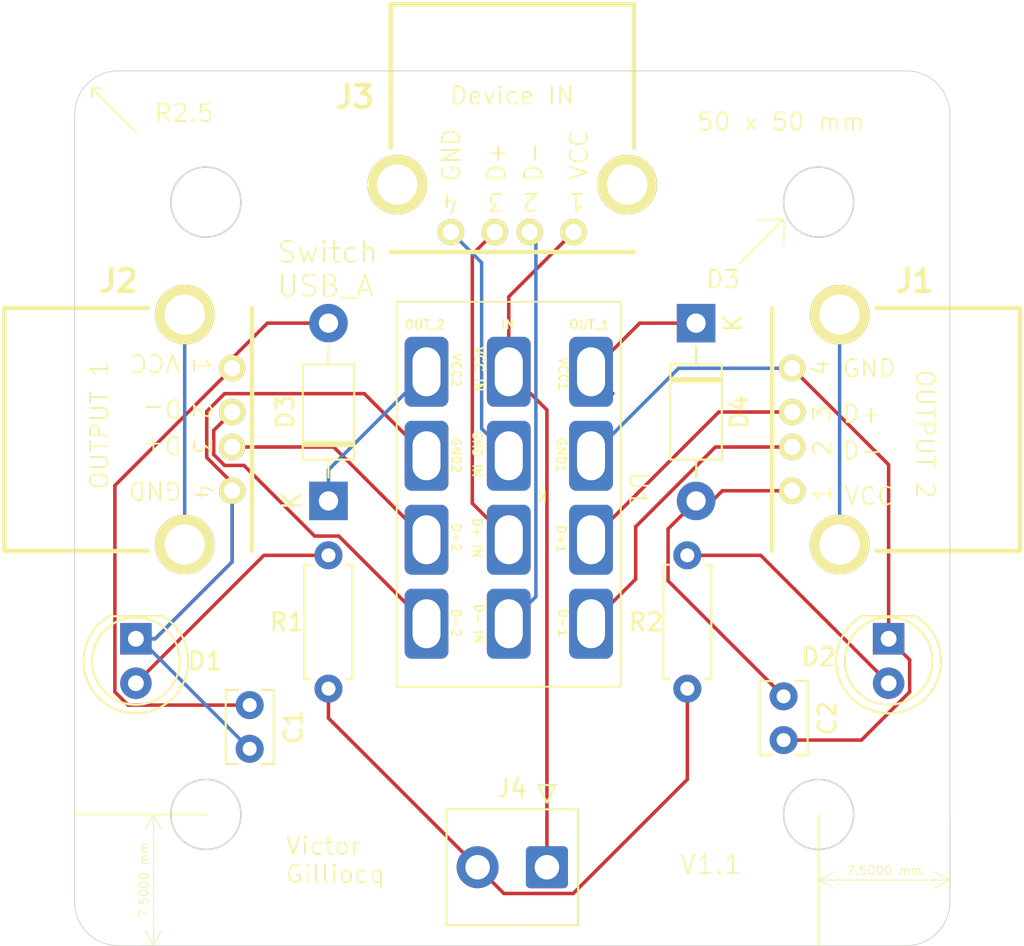
<source format=kicad_pcb>
(kicad_pcb (version 20240108) (generator "pcbnew") (generator_version "8.0")
  (layers (0 "F.Cu" signal) (31 "B.Cu" signal) (34 "B.Paste" user) (35 "F.Paste" user) (36 "B.SilkS" user "B.Silkscreen") (37 "F.SilkS" user "F.Silkscreen") (38 "B.Mask" user) (39 "F.Mask" user) (44 "Edge.Cuts" user))
  (net 0 "")
  (net 1 "Net-(D1-A)")
  (net 2 "Net-(D2-A)")
  (net 3 "Net-(U1-Data_-_1)")
  (net 4 "Net-(U1-Data_+_1)")
  (net 5 "Net-(U1-Data_+_2)")
  (net 6 "Net-(U1-Data_-_2)")
  (net 7 "Net-(U1-Data_-_out)")
  (net 8 "Net-(U1-Data_+_out)")
  (net 9 "Net-(J4-Pin_2)")
  (net 10 "Net-(D3-K)")
  (net 11 "Net-(D4-K)")
  (net 12 "Net-(D3-A)")
  (net 13 "Net-(D4-A)")
  (net 14 "Net-(J4-Pin_1)")
  (net 15 "Net-(D1-K)")
  (net 16 "Net-(D2-K)")
  (net 17 "GND2")
  (net 18 "GND1")
  (net 19 "Net-(U1-GND_out)")
  (footprint "My_USB_Library:USB-2.0-TYPE-A" (layer "F.Cu") (at 95.9865 120.5 -90)
    (property "Reference" "J2" (at -8.5 -6.5135 0) (layer "F.SilkS") (effects (font (size 1.27 1.27) (thickness 0.254))))
    (property "Value" "61400416021" (hide yes))
    (fp_line (start -6.95 0) (end -6.95 -8.2) (stroke (width 0.254)) (layer "F.SilkS"))
    (fp_line (start 6.95 0) (end -6.95 0) (stroke (width 0.254)) (layer "F.SilkS"))
    (fp_line (start 6.95 0) (end 6.95 -8.2) (stroke (width 0.254)) (layer "F.SilkS"))
    (fp_line (start -6.95 -14.15) (end 6.95 -14.15) (stroke (width 0.254)) (layer "F.SilkS"))
    (fp_text user "D-" (at -1.8 -10.2 180) (layer "F.SilkS") (effects (font (thickness 0.1)) (justify left bottom)))
    (fp_text user "4" (at 3 -10.8 -90) (layer "F.SilkS") (effects (font (thickness 0.1)) (justify left bottom)))
    (fp_text user "GND" (at 2.9 -10.2 180) (layer "F.SilkS") (effects (font (thickness 0.1)) (justify left bottom)))
    (fp_text user "3" (at 0.4 -10.7 -90) (layer "F.SilkS") (effects (font (thickness 0.1)) (justify left bottom)))
    (fp_text user "1" (at -4.2 -10.7 -90) (layer "F.SilkS") (effects (font (thickness 0.1)) (justify left bottom)))
    (fp_text user "D+" (at 0.3 -10.2 180) (layer "F.SilkS") (effects (font (thickness 0.1)) (justify left bottom)))
    (fp_text user "VCC" (at -4.4 -10.1 180) (layer "F.SilkS") (effects (font (thickness 0.1)) (justify left bottom)))
    (fp_text user "2" (at -1.6 -10.7 -90) (layer "F.SilkS") (effects (font (thickness 0.1)) (justify left bottom)))
    (pad "1" thru_hole circle (at -3.5 -13.01) (size 1.5 1.5) (drill 0.92) (layers "*.Cu" "*.Mask" "F.SilkS") (net 12 "Net-(D3-A)"))
    (pad "2" thru_hole circle (at -1 -13.01) (size 1.5 1.5) (drill 0.92) (layers "*.Cu" "*.Mask" "F.SilkS") (net 6 "Net-(U1-Data_-_2)"))
    (pad "3" thru_hole circle (at 1 -13.01) (size 1.5 1.5) (drill 0.92) (layers "*.Cu" "*.Mask" "F.SilkS") (net 5 "Net-(U1-Data_+_2)"))
    (pad "4" thru_hole circle (at 3.5 -13.01) (size 1.5 1.5) (drill 0.92) (layers "*.Cu" "*.Mask" "F.SilkS") (net 15 "Net-(D1-K)"))
    (pad "5" thru_hole circle (at -6.57 -10.3) (size 3.4 3.4) (drill 2.3) (layers "*.Cu" "*.Mask" "F.SilkS") (net 18 "GND1"))
    (pad "6" thru_hole circle (at 6.57 -10.3) (size 3.4 3.4) (drill 2.3) (layers "*.Cu" "*.Mask" "F.SilkS") (net 18 "GND1"))
  )
  (footprint "LED_THT:LED_D5.0mm" (layer "F.Cu") (at 103.5 132.46 -90)
    (property "Reference" "D1" (at 1.27 -3.96 180) (layer "F.SilkS"))
    (property "Value" "LED")
    (fp_line (start -1.29 -1.545) (end -1.29 1.545) (stroke (width 0.12)) (layer "F.SilkS"))
    (fp_arc (start 4.26 -0.000462) (mid 2.072002 2.880433) (end -1.29 1.54483) (stroke (width 0.12)) (layer "F.SilkS"))
    (fp_arc (start -1.29 -1.54483) (mid 2.072002 -2.880433) (end 4.26 0.000462) (stroke (width 0.12)) (layer "F.SilkS"))
    (fp_circle (center 1.27 0) (end 3.77 0) (stroke (width 0.12)) (fill none) (layer "F.SilkS"))
    (pad "1" thru_hole rect (at 0 0 270) (size 1.8 1.8) (drill 0.9) (layers "*.Cu" "*.Mask") (net 15 "Net-(D1-K)"))
    (pad "2" thru_hole circle (at 2.54 0 270) (size 1.8 1.8) (drill 0.9) (layers "*.Cu" "*.Mask") (net 1 "Net-(D1-A)"))
  )
  (footprint "My_USB_Library:USB-2.0-TYPE-A" (layer "F.Cu") (at 125 96.2 180)
    (property "Reference" "J3" (at 9 -5.3 180) (layer "F.SilkS") (effects (font (size 1.27 1.27) (thickness 0.254))))
    (property "Value" "61400416021" (hide yes))
    (fp_line (start 6.95 0) (end 6.95 -8.2) (stroke (width 0.254)) (layer "F.SilkS"))
    (fp_line (start 6.95 0) (end -6.95 0) (stroke (width 0.254)) (layer "F.SilkS"))
    (fp_line (start -6.95 0) (end -6.95 -8.2) (stroke (width 0.254)) (layer "F.SilkS"))
    (fp_line (start -6.95 -14.15) (end 6.95 -14.15) (stroke (width 0.254)) (layer "F.SilkS"))
    (fp_text user "1" (at -4.2 -10.7 180) (layer "F.SilkS") (effects (font (thickness 0.1)) (justify left bottom)))
    (fp_text user "D-" (at -1.8 -10.2 90) (layer "F.SilkS") (effects (font (thickness 0.1)) (justify left bottom)))
    (fp_text user "3" (at 0.4 -10.7 180) (layer "F.SilkS") (effects (font (thickness 0.1)) (justify left bottom)))
    (fp_text user "GND" (at 2.9 -10.2 90) (layer "F.SilkS") (effects (font (thickness 0.1)) (justify left bottom)))
    (fp_text user "4" (at 3 -10.8 180) (layer "F.SilkS") (effects (font (thickness 0.1)) (justify left bottom)))
    (fp_text user "D+" (at 0.3 -10.2 90) (layer "F.SilkS") (effects (font (thickness 0.1)) (justify left bottom)))
    (fp_text user "VCC" (at -4.4 -10.1 90) (layer "F.SilkS") (effects (font (thickness 0.1)) (justify left bottom)))
    (fp_text user "2" (at -1.6 -10.7 180) (layer "F.SilkS") (effects (font (thickness 0.1)) (justify left bottom)))
    (pad "1" thru_hole circle (at -3.5 -13.01 270) (size 1.5 1.5) (drill 0.92) (layers "*.Cu" "*.Mask" "F.SilkS") (net 14 "Net-(J4-Pin_1)"))
    (pad "2" thru_hole circle (at -1 -13.01 270) (size 1.5 1.5) (drill 0.92) (layers "*.Cu" "*.Mask" "F.SilkS") (net 7 "Net-(U1-Data_-_out)"))
    (pad "3" thru_hole circle (at 1 -13.01 270) (size 1.5 1.5) (drill 0.92) (layers "*.Cu" "*.Mask" "F.SilkS") (net 8 "Net-(U1-Data_+_out)"))
    (pad "4" thru_hole circle (at 3.5 -13.01 270) (size 1.5 1.5) (drill 0.92) (layers "*.Cu" "*.Mask" "F.SilkS") (net 19 "Net-(U1-GND_out)"))
    (pad "5" thru_hole circle (at -6.57 -10.3 270) (size 3.4 3.4) (drill 2.3) (layers "*.Cu" "*.Mask" "F.SilkS"))
    (pad "6" thru_hole circle (at 6.57 -10.3 270) (size 3.4 3.4) (drill 2.3) (layers "*.Cu" "*.Mask" "F.SilkS"))
  )
  (footprint "LED_THT:LED_D5.0mm" (layer "F.Cu") (at 146.5 132.46 -90)
    (property "Reference" "D2" (at 1.04 4 180) (layer "F.SilkS"))
    (property "Value" "LED")
    (fp_line (start -1.29 -1.545) (end -1.29 1.545) (stroke (width 0.12)) (layer "F.SilkS"))
    (fp_arc (start 4.26 -0.000462) (mid 2.072002 2.880433) (end -1.29 1.54483) (stroke (width 0.12)) (layer "F.SilkS"))
    (fp_arc (start -1.29 -1.54483) (mid 2.072002 -2.880433) (end 4.26 0.000462) (stroke (width 0.12)) (layer "F.SilkS"))
    (fp_circle (center 1.27 0) (end 3.77 0) (stroke (width 0.12)) (fill none) (layer "F.SilkS"))
    (pad "1" thru_hole rect (at 0 0 270) (size 1.8 1.8) (drill 0.9) (layers "*.Cu" "*.Mask") (net 16 "Net-(D2-K)"))
    (pad "2" thru_hole circle (at 2.54 0 270) (size 1.8 1.8) (drill 0.9) (layers "*.Cu" "*.Mask") (net 2 "Net-(D2-A)"))
  )
  (footprint "Diode_THT:D_DO-41_SOD81_P10.16mm_Horizontal" (layer "F.Cu") (at 135.5 114.42 -90)
    (property "Reference" "D4" (at 5.08 -2.47 90) (layer "F.SilkS"))
    (property "Value" "1N5819")
    (fp_line (start 2.36 1.47) (end 7.8 1.47) (stroke (width 0.12)) (layer "F.SilkS"))
    (fp_line (start 7.8 1.47) (end 7.8 -1.47) (stroke (width 0.12)) (layer "F.SilkS"))
    (fp_line (start 1.34 0) (end 2.36 0) (stroke (width 0.12)) (layer "F.SilkS"))
    (fp_line (start 8.82 0) (end 7.8 0) (stroke (width 0.12)) (layer "F.SilkS"))
    (fp_line (start 2.36 -1.47) (end 2.36 1.47) (stroke (width 0.12)) (layer "F.SilkS"))
    (fp_line (start 3.14 -1.47) (end 3.14 1.47) (stroke (width 0.12)) (layer "F.SilkS"))
    (fp_line (start 3.26 -1.47) (end 3.26 1.47) (stroke (width 0.12)) (layer "F.SilkS"))
    (fp_line (start 3.38 -1.47) (end 3.38 1.47) (stroke (width 0.12)) (layer "F.SilkS"))
    (fp_line (start 7.8 -1.47) (end 2.36 -1.47) (stroke (width 0.12)) (layer "F.SilkS"))
    (fp_text user "K" (at 0 -2.1 90) (layer "F.SilkS"))
    (pad "1" thru_hole rect (at 0 0 270) (size 2.2 2.2) (drill 1.1) (layers "*.Cu" "*.Mask") (net 11 "Net-(D4-K)"))
    (pad "2" thru_hole oval (at 10.16 0 270) (size 2.2 2.2) (drill 1.1) (layers "*.Cu" "*.Mask") (net 13 "Net-(D4-A)"))
  )
  (footprint "Capacitor_THT:C_Rect_L4.0mm_W2.5mm_P2.50mm" (layer "F.Cu") (at 110 136.25 -90)
    (property "Reference" "C1" (at 1.25 -2.5 90) (layer "F.SilkS"))
    (property "Value" "10 µF")
    (fp_line (start -0.87 1.37) (end 3.37 1.37) (stroke (width 0.12)) (layer "F.SilkS"))
    (fp_line (start -0.87 0.665) (end -0.87 1.37) (stroke (width 0.12)) (layer "F.SilkS"))
    (fp_line (start 3.37 0.665) (end 3.37 1.37) (stroke (width 0.12)) (layer "F.SilkS"))
    (fp_line (start -0.87 -1.37) (end -0.87 -0.665) (stroke (width 0.12)) (layer "F.SilkS"))
    (fp_line (start -0.87 -1.37) (end 3.37 -1.37) (stroke (width 0.12)) (layer "F.SilkS"))
    (fp_line (start 3.37 -1.37) (end 3.37 -0.665) (stroke (width 0.12)) (layer "F.SilkS"))
    (pad "1" thru_hole circle (at 0 0 270) (size 1.6 1.6) (drill 0.8) (layers "*.Cu" "*.Mask") (net 12 "Net-(D3-A)"))
    (pad "2" thru_hole circle (at 2.5 0 270) (size 1.6 1.6) (drill 0.8) (layers "*.Cu" "*.Mask") (net 15 "Net-(D1-K)"))
  )
  (footprint "My_USB_Library:USB-2.0-TYPE-A" (layer "F.Cu") (at 154 120.5 90)
    (property "Reference" "J1" (at 8.5 -6 180) (layer "F.SilkS") (effects (font (size 1.27 1.27) (thickness 0.254))))
    (property "Value" "61400416021" (hide yes))
    (fp_line (start -6.95 -14.15) (end 6.95 -14.15) (stroke (width 0.254)) (layer "F.SilkS"))
    (fp_line (start 6.95 0) (end 6.95 -8.2) (stroke (width 0.254)) (layer "F.SilkS"))
    (fp_line (start 6.95 0) (end -6.95 0) (stroke (width 0.254)) (layer "F.SilkS"))
    (fp_line (start -6.95 0) (end -6.95 -8.2) (stroke (width 0.254)) (layer "F.SilkS"))
    (fp_text user "2" (at -1.6 -10.7 90) (layer "F.SilkS") (effects (font (thickness 0.1)) (justify left bottom)))
    (fp_text user "VCC" (at -4.4 -10.1 0) (layer "F.SilkS") (effects (font (thickness 0.1)) (justify left bottom)))
    (fp_text user "3" (at 0.4 -10.7 90) (layer "F.SilkS") (effects (font (thickness 0.1)) (justify left bottom)))
    (fp_text user "1" (at -4.2 -10.7 90) (layer "F.SilkS") (effects (font (thickness 0.1)) (justify left bottom)))
    (fp_text user "D-" (at -1.8 -10.2 0) (layer "F.SilkS") (effects (font (thickness 0.1)) (justify left bottom)))
    (fp_text user "4" (at 3 -10.8 90) (layer "F.SilkS") (effects (font (thickness 0.1)) (justify left bottom)))
    (fp_text user "D+" (at 0.3 -10.2 0) (layer "F.SilkS") (effects (font (thickness 0.1)) (justify left bottom)))
    (fp_text user "GND" (at 2.9 -10.2 0) (layer "F.SilkS") (effects (font (thickness 0.1)) (justify left bottom)))
    (pad "1" thru_hole circle (at -3.5 -13.01 180) (size 1.5 1.5) (drill 0.92) (layers "*.Cu" "*.Mask" "F.SilkS") (net 13 "Net-(D4-A)"))
    (pad "2" thru_hole circle (at -1 -13.01 180) (size 1.5 1.5) (drill 0.92) (layers "*.Cu" "*.Mask" "F.SilkS") (net 3 "Net-(U1-Data_-_1)"))
    (pad "3" thru_hole circle (at 1 -13.01 180) (size 1.5 1.5) (drill 0.92) (layers "*.Cu" "*.Mask" "F.SilkS") (net 4 "Net-(U1-Data_+_1)"))
    (pad "4" thru_hole circle (at 3.5 -13.01 180) (size 1.5 1.5) (drill 0.92) (layers "*.Cu" "*.Mask" "F.SilkS") (net 16 "Net-(D2-K)"))
    (pad "5" thru_hole circle (at -6.57 -10.3 180) (size 3.4 3.4) (drill 2.3) (layers "*.Cu" "*.Mask" "F.SilkS") (net 17 "GND2"))
    (pad "6" thru_hole circle (at 6.57 -10.3 180) (size 3.4 3.4) (drill 2.3) (layers "*.Cu" "*.Mask" "F.SilkS") (net 17 "GND2"))
  )
  (footprint "Connector_TE-Connectivity:TE_826576-2_1x02_P3.96mm_Vertical" (layer "F.Cu") (at 126.98 145.5175 180)
    (property "Reference" "J4" (at 2 4.5 0) (layer "F.SilkS"))
    (property "Value" "Screw_Terminal_01x02")
    (fp_line (start 5.74 3.31) (end 1.98 3.31) (stroke (width 0.12)) (layer "F.SilkS"))
    (fp_line (start 5.74 -3.31) (end 5.74 3.31) (stroke (width 0.12)) (layer "F.SilkS"))
    (fp_line (start 1.98 -3.31) (end 5.74 -3.31) (stroke (width 0.12)) (layer "F.SilkS"))
    (fp_line (start 1.98 -3.31) (end -1.78 -3.31) (stroke (width 0.12)) (layer "F.SilkS"))
    (fp_line (start 0.5 4.7) (end -0.5 4.7) (stroke (width 0.12)) (layer "F.SilkS"))
    (fp_line (start 0 3.7) (end 0.5 4.7) (stroke (width 0.12)) (layer "F.SilkS"))
    (fp_line (start -0.5 4.7) (end 0 3.7) (stroke (width 0.12)) (layer "F.SilkS"))
    (fp_line (start -1.78 3.31) (end 1.98 3.31) (stroke (width 0.12)) (layer "F.SilkS"))
    (fp_line (start -1.78 -3.31) (end -1.78 3.31) (stroke (width 0.12)) (layer "F.SilkS"))
    (pad "1" thru_hole roundrect (at 0 0 180) (size 2.4 2.4) (drill 1.4) (layers "*.Cu" "*.Mask") (roundrect_rratio 0.104167) (net 14 "Net-(J4-Pin_1)"))
    (pad "2" thru_hole circle (at 3.96 0 180) (size 2.4 2.4) (drill 1.4) (layers "*.Cu" "*.Mask") (net 9 "Net-(J4-Pin_2)"))
  )
  (footprint "mes_interrupteurs:interupteur_12pins_v2" (layer "F.Cu") (at 129.5 117.2 180)
    (property "Reference" "U1" (at -2.7 -6.7 -90) (layer "F.SilkS") (effects (font (thickness 0.1))))
    (property "Value" "~")
    (fp_rect (start -1.7 -18) (end 11.1 4) (stroke (width 0.1)) (fill none) (layer "F.SilkS"))
    (fp_text user "D+1" (at 2 -8.7 -90) (layer "F.SilkS") (effects (font (size 0.5 0.5) (thickness 0.1)) (justify left bottom)))
    (fp_text user "VCC2" (at 8 1.1 -90) (layer "F.SilkS") (effects (font (size 0.5 0.5) (thickness 0.1)) (justify left bottom)))
    (fp_text user "D-1" (at 1.9 -13.5 -90) (layer "F.SilkS") (effects (font (size 0.5 0.5) (thickness 0.1)) (justify left bottom)))
    (fp_text user "OUT_1" (at 1.3 2.4 0) (layer "F.SilkS") (effects (font (size 0.5 0.5) (thickness 0.1)) (justify left bottom)))
    (fp_text user "GND2" (at 8 -3.7 -90) (layer "F.SilkS") (effects (font (size 0.5 0.5) (thickness 0.1)) (justify left bottom)))
    (fp_text user "IN" (at 5.2 2.4 0) (layer "F.SilkS") (effects (font (size 0.5 0.5) (thickness 0.1)) (justify left bottom)))
    (fp_text user "VCC IN" (at 6.7 1.5 -90) (layer "F.SilkS") (effects (font (size 0.5 0.5) (thickness 0.1)) (justify left bottom)))
    (fp_text user "D-2" (at 8 -13.5 -90) (layer "F.SilkS") (effects (font (size 0.5 0.5) (thickness 0.1)) (justify left bottom)))
    (fp_text user "D+2" (at 8 -8.6 -90) (layer "F.SilkS") (effects (font (size 0.5 0.5) (thickness 0.1)) (justify left bottom)))
    (fp_text user "OUT_2" (at 10.7 2.4 0) (layer "F.SilkS") (effects (font (size 0.5 0.5) (thickness 0.1)) (justify left bottom)))
    (fp_text user "D- IN" (at 6.7 -13.2 -90) (layer "F.SilkS") (effects (font (size 0.5 0.5) (thickness 0.1)) (justify left bottom)))
    (fp_text user "GND IN" (at 6.8 -3.3 -90) (layer "F.SilkS") (effects (font (size 0.5 0.5) (thickness 0.1)) (justify left bottom)))
    (fp_text user "VCC1" (at 1.9 0.9 -90) (layer "F.SilkS") (effects (font (size 0.5 0.5) (thickness 0.1)) (justify left bottom)))
    (fp_text user "GND1" (at 2 -3.7 -90) (layer "F.SilkS") (effects (font (size 0.5 0.5) (thickness 0.1)) (justify left bottom)))
    (fp_text user "D+ IN" (at 6.8 -8.3 -90) (layer "F.SilkS") (effects (font (size 0.5 0.5) (thickness 0.1)) (justify left bottom)))
    (fp_text user "K" (at 2.8 -7.1 180) (layer "F.SilkS") (effects (font (size 0.6 0.6) (thickness 0.1) (bold yes))))
    (pad "1" thru_hole roundrect (at 0 0 180) (size 2.5 4) (drill oval 1.6 2.8) (layers "*.Cu" "*.Mask") (roundrect_rratio 0.1640419948) (net 11 "Net-(D4-K)"))
    (pad "2" thru_hole roundrect (at 0 -4.8 180) (size 2.5 4) (drill oval 1.6 2.8) (layers "*.Cu" "*.Mask") (roundrect_rratio 0.1640419948) (net 16 "Net-(D2-K)"))
    (pad "3" thru_hole roundrect (at 0 -9.6 180) (size 2.5 4) (drill oval 1.6 2.8) (layers "*.Cu" "*.Mask") (roundrect_rratio 0.1640419948) (net 4 "Net-(U1-Data_+_1)"))
    (pad "4" thru_hole roundrect (at 0 -14.4 180) (size 2.5 4) (drill oval 1.6 2.8) (layers "*.Cu" "*.Mask") (roundrect_rratio 0.1640419948) (net 3 "Net-(U1-Data_-_1)"))
    (pad "5" thru_hole roundrect (at 4.7 0 180) (size 2.5 4) (drill oval 1.6 2.8) (layers "*.Cu" "*.Mask") (roundrect_rratio 0.1640419948) (net 14 "Net-(J4-Pin_1)"))
    (pad "6" thru_hole roundrect (at 4.7 -4.8 180) (size 2.5 4) (drill oval 1.6 2.8) (layers "*.Cu" "*.Mask") (roundrect_rratio 0.1640419948) (net 19 "Net-(U1-GND_out)"))
    (pad "7" thru_hole roundrect (at 4.7 -9.6 180) (size 2.5 4) (drill oval 1.6 2.8) (layers "*.Cu" "*.Mask") (roundrect_rratio 0.1640419948) (net 8 "Net-(U1-Data_+_out)"))
    (pad "8" thru_hole roundrect (at 4.7 -14.4 180) (size 2.5 4) (drill oval 1.6 2.8) (layers "*.Cu" "*.Mask") (roundrect_rratio 0.1640419948) (net 7 "Net-(U1-Data_-_out)"))
    (pad "9" thru_hole roundrect (at 9.4 0 180) (size 2.5 4) (drill oval 1.6 2.8) (layers "*.Cu" "*.Mask") (roundrect_rratio 0.1640419948) (net 10 "Net-(D3-K)"))
    (pad "10" thru_hole roundrect (at 9.4 -4.8 180) (size 2.5 4) (drill oval 1.6 2.8) (layers "*.Cu" "*.Mask") (roundrect_rratio 0.1640419948) (net 15 "Net-(D1-K)"))
    (pad "11" thru_hole roundrect (at 9.4 -9.6 180) (size 2.5 4) (drill oval 1.6 2.8) (layers "*.Cu" "*.Mask") (roundrect_rratio 0.1640419948) (net 5 "Net-(U1-Data_+_2)"))
    (pad "12" thru_hole roundrect (at 9.4 -14.4 180) (size 2.5 4) (drill oval 1.6 2.8) (layers "*.Cu" "*.Mask") (roundrect_rratio 0.1640419948) (net 6 "Net-(U1-Data_-_2)"))
  )
  (footprint "Capacitor_THT:C_Rect_L4.0mm_W2.5mm_P2.50mm" (layer "F.Cu") (at 140.5 135.75 -90)
    (property "Reference" "C2" (at 1.25 -2.5 90) (layer "F.SilkS"))
    (property "Value" "10 µF")
    (fp_line (start -0.87 1.37) (end 3.37 1.37) (stroke (width 0.12)) (layer "F.SilkS"))
    (fp_line (start -0.87 0.665) (end -0.87 1.37) (stroke (width 0.12)) (layer "F.SilkS"))
    (fp_line (start 3.37 0.665) (end 3.37 1.37) (stroke (width 0.12)) (layer "F.SilkS"))
    (fp_line (start -0.87 -1.37) (end -0.87 -0.665) (stroke (width 0.12)) (layer "F.SilkS"))
    (fp_line (start -0.87 -1.37) (end 3.37 -1.37) (stroke (width 0.12)) (layer "F.SilkS"))
    (fp_line (start 3.37 -1.37) (end 3.37 -0.665) (stroke (width 0.12)) (layer "F.SilkS"))
    (pad "1" thru_hole circle (at 0 0 270) (size 1.6 1.6) (drill 0.8) (layers "*.Cu" "*.Mask") (net 13 "Net-(D4-A)"))
    (pad "2" thru_hole circle (at 2.5 0 270) (size 1.6 1.6) (drill 0.8) (layers "*.Cu" "*.Mask") (net 16 "Net-(D2-K)"))
  )
  (footprint "Resistor_THT:R_Axial_DIN0207_L6.3mm_D2.5mm_P7.62mm_Horizontal" (layer "F.Cu") (at 135 135.31 90)
    (property "Reference" "R2" (at 3.81 -2.37 180) (layer "F.SilkS"))
    (property "Value" "R220")
    (fp_line (start 7.08 -1.37) (end 7.08 -1.04) (stroke (width 0.12)) (layer "F.SilkS"))
    (fp_line (start 0.54 -1.37) (end 7.08 -1.37) (stroke (width 0.12)) (layer "F.SilkS"))
    (fp_line (start 0.54 -1.04) (end 0.54 -1.37) (stroke (width 0.12)) (layer "F.SilkS"))
    (fp_line (start 0.54 1.04) (end 0.54 1.37) (stroke (width 0.12)) (layer "F.SilkS"))
    (fp_line (start 7.08 1.37) (end 7.08 1.04) (stroke (width 0.12)) (layer "F.SilkS"))
    (fp_line (start 0.54 1.37) (end 7.08 1.37) (stroke (width 0.12)) (layer "F.SilkS"))
    (pad "1" thru_hole circle (at 0 0 90) (size 1.6 1.6) (drill 0.8) (layers "*.Cu" "*.Mask") (net 9 "Net-(J4-Pin_2)"))
    (pad "2" thru_hole oval (at 7.62 0 90) (size 1.6 1.6) (drill 0.8) (layers "*.Cu" "*.Mask") (net 2 "Net-(D2-A)"))
  )
  (footprint "Diode_THT:D_DO-41_SOD81_P10.16mm_Horizontal" (layer "F.Cu") (at 114.5 124.58 90)
    (property "Reference" "D3" (at 5.08 -2.47 90) (layer "F.SilkS"))
    (property "Value" "1N5819")
    (fp_line (start 7.8 -1.47) (end 2.36 -1.47) (stroke (width 0.12)) (layer "F.SilkS"))
    (fp_line (start 3.38 -1.47) (end 3.38 1.47) (stroke (width 0.12)) (layer "F.SilkS"))
    (fp_line (start 3.26 -1.47) (end 3.26 1.47) (stroke (width 0.12)) (layer "F.SilkS"))
    (fp_line (start 3.14 -1.47) (end 3.14 1.47) (stroke (width 0.12)) (layer "F.SilkS"))
    (fp_line (start 2.36 -1.47) (end 2.36 1.47) (stroke (width 0.12)) (layer "F.SilkS"))
    (fp_line (start 8.82 0) (end 7.8 0) (stroke (width 0.12)) (layer "F.SilkS"))
    (fp_line (start 1.34 0) (end 2.36 0) (stroke (width 0.12)) (layer "F.SilkS"))
    (fp_line (start 7.8 1.47) (end 7.8 -1.47) (stroke (width 0.12)) (layer "F.SilkS"))
    (fp_line (start 2.36 1.47) (end 7.8 1.47) (stroke (width 0.12)) (layer "F.SilkS"))
    (fp_text user "K" (at 0 -2.1 90) (layer "F.SilkS"))
    (pad "1" thru_hole rect (at 0 0 90) (size 2.2 2.2) (drill 1.1) (layers "*.Cu" "*.Mask") (net 10 "Net-(D3-K)"))
    (pad "2" thru_hole oval (at 10.16 0 90) (size 2.2 2.2) (drill 1.1) (layers "*.Cu" "*.Mask") (net 12 "Net-(D3-A)"))
  )
  (footprint "Resistor_THT:R_Axial_DIN0207_L6.3mm_D2.5mm_P7.62mm_Horizontal" (layer "F.Cu") (at 114.5 135.31 90)
    (property "Reference" "R1" (at 3.81 -2.37 180) (layer "F.SilkS"))
    (property "Value" "R220")
    (fp_line (start 7.08 -1.37) (end 7.08 -1.04) (stroke (width 0.12)) (layer "F.SilkS"))
    (fp_line (start 0.54 -1.37) (end 7.08 -1.37) (stroke (width 0.12)) (layer "F.SilkS"))
    (fp_line (start 0.54 -1.04) (end 0.54 -1.37) (stroke (width 0.12)) (layer "F.SilkS"))
    (fp_line (start 0.54 1.04) (end 0.54 1.37) (stroke (width 0.12)) (layer "F.SilkS"))
    (fp_line (start 7.08 1.37) (end 7.08 1.04) (stroke (width 0.12)) (layer "F.SilkS"))
    (fp_line (start 0.54 1.37) (end 7.08 1.37) (stroke (width 0.12)) (layer "F.SilkS"))
    (pad "1" thru_hole circle (at 0 0 90) (size 1.6 1.6) (drill 0.8) (layers "*.Cu" "*.Mask") (net 9 "Net-(J4-Pin_2)"))
    (pad "2" thru_hole oval (at 7.62 0 90) (size 1.6 1.6) (drill 0.8) (layers "*.Cu" "*.Mask") (net 1 "Net-(D1-A)"))
  )
  (gr_line (start 101 101.5) (end 101 101) (stroke (width 0.1)) (layer "F.SilkS"))
  (gr_line (start 139 108.5) (end 140.5 108.5) (stroke (width 0.1)) (layer "F.SilkS"))
  (gr_line (start 142.5 142.5) (end 142.5 150) (stroke (width 0.1)) (layer "F.SilkS"))
  (gr_line (start 101.5 101) (end 101 101) (stroke (width 0.1)) (layer "F.SilkS"))
  (gr_line (start 138 111) (end 140.5 108.5) (stroke (width 0.1)) (layer "F.SilkS"))
  (gr_line (start 140.5 110) (end 140.5 108.5) (stroke (width 0.1)) (layer "F.SilkS"))
  (gr_line (start 103.5 103.5) (end 101 101) (stroke (width 0.1)) (layer "F.SilkS"))
  (gr_line (start 107.5 142.5) (end 100 142.5) (stroke (width 0.1)) (layer "F.SilkS"))
  (gr_line (start 147.5 150) (end 102.5 150) (stroke (width 0.05)) (layer "Edge.Cuts"))
  (gr_arc (start 102.5 150) (mid 100.732233 149.267767) (end 100 147.5) (stroke (width 0.05)) (layer "Edge.Cuts"))
  (gr_line (start 100 147.5) (end 100 102.5) (stroke (width 0.05)) (layer "Edge.Cuts"))
  (gr_circle (center 107.5 142.5) (end 109.5 142.5) (stroke (width 0.1)) (fill none) (layer "Edge.Cuts"))
  (gr_line (start 150 102.5) (end 150 147.5) (stroke (width 0.05)) (layer "Edge.Cuts"))
  (gr_circle (center 142.5 107.5) (end 144.5 107.5) (stroke (width 0.1)) (fill none) (layer "Edge.Cuts"))
  (gr_arc (start 100 102.5) (mid 100.732233 100.732233) (end 102.5 100) (stroke (width 0.05)) (layer "Edge.Cuts"))
  (gr_line (start 102.5 100) (end 147.5 100) (stroke (width 0.05)) (layer "Edge.Cuts"))
  (gr_arc (start 150 147.5) (mid 149.267767 149.267767) (end 147.5 150) (stroke (width 0.05)) (layer "Edge.Cuts"))
  (gr_arc (start 147.5 100) (mid 149.267767 100.732233) (end 150 102.5) (stroke (width 0.05)) (layer "Edge.Cuts"))
  (gr_circle (center 142.5 142.5) (end 144.5 142.5) (stroke (width 0.1)) (fill none) (layer "Edge.Cuts"))
  (gr_circle (center 107.5 107.5) (end 109.5 107.5) (stroke (width 0.1)) (fill none) (layer "Edge.Cuts"))
  (gr_text "D3" (at 136 112.5 0) (layer "F.SilkS") (effects (font (size 1 1) (thickness 0.1)) (justify left bottom)))
  (gr_text "Victor\nGilliocq" (at 112 146.5 0) (layer "F.SilkS") (effects (font (size 1 1) (thickness 0.1)) (justify left bottom)))
  (gr_text "R2.5" (at 104.5 103 0) (layer "F.SilkS") (effects (font (size 1 1) (thickness 0.1)) (justify left bottom)))
  (gr_text "Device IN" (at 125 102 0) (layer "F.SilkS") (effects (font (size 1 1) (thickness 0.1)) (justify bottom)))
  (gr_text "OUTPUT 1" (at 102 124 90) (layer "F.SilkS") (effects (font (size 1 1) (thickness 0.1)) (justify left bottom)))
  (gr_text "50 x 50 mm" (at 135.5 103.5 0) (layer "F.SilkS") (effects (font (size 1 1) (thickness 0.1)) (justify left bottom)))
  (gr_text "V1.1" (at 134.5 146 0) (layer "F.SilkS") (effects (font (size 1.1 1.1) (thickness 0.1)) (justify left bottom)))
  (gr_text "Switch\nUSB_A" (at 111.5 113 0) (layer "F.SilkS") (effects (font (size 1.2 1.2) (thickness 0.1)) (justify left bottom)))
  (gr_text "OUTPUT 2" (at 148 117 270) (layer "F.SilkS") (effects (font (size 1 1) (thickness 0.1)) (justify left bottom)))
  (dimension (type aligned) (layer "F.SilkS") (pts (xy 105 150) (xy 105 142.5)) (height -0.5) (gr_text "7,5000 mm" (at 103.95 146.25 90) (layer "F.SilkS") (effects (font (size 0.5 0.5) (thickness 0.05)))) (format (prefix "") (suffix "") (units 3) (units_format 1) (precision 4)) (style (thickness 0.05) (arrow_length 1) (text_position_mode 0) (extension_height 0.58642) (extension_offset 0.5) keep_text_aligned))
  (dimension (type aligned) (layer "F.SilkS") (pts (xy 142.5 142.25) (xy 150 142.25)) (height 4) (gr_text "7,5000 mm" (at 146.25 145.7 0) (layer "F.SilkS") (effects (font (size 0.5 0.5) (thickness 0.05)))) (format (prefix "") (suffix "") (units 3) (units_format 1) (precision 4)) (style (thickness 0.05) (arrow_length 1) (text_position_mode 0) (extension_height 0.58642) (extension_offset 0.5) keep_text_aligned))
  (segment (start 110.81 127.69) (end 114.5 127.69) (width 0.2) (layer "F.Cu") (net 1))
  (segment (start 103.5 135) (end 110.81 127.69) (width 0.2) (layer "F.Cu") (net 1))
  (segment (start 135 127.69) (end 139.19 127.69) (width 0.2) (layer "F.Cu") (net 2))
  (segment (start 139.19 127.69) (end 146.5 135) (width 0.2) (layer "F.Cu") (net 2))
  (segment (start 140.99 121.5) (end 136.600101 121.5) (width 0.2) (layer "F.Cu") (net 3))
  (segment (start 136.600101 121.5) (end 132.050051 126.050051) (width 0.2) (layer "F.Cu") (net 3))
  (segment (start 132.050051 129.049949) (end 129.5 131.6) (width 0.2) (layer "F.Cu") (net 3))
  (segment (start 132.050051 126.050051) (end 132.050051 129.049949) (width 0.2) (layer "F.Cu") (net 3))
  (segment (start 140.99 119.5) (end 136.8 119.5) (width 0.2) (layer "F.Cu") (net 4))
  (segment (start 136.8 119.5) (end 129.5 126.8) (width 0.2) (layer "F.Cu") (net 4))
  (segment (start 114.8 121.5) (end 120.1 126.8) (width 0.2) (layer "F.Cu") (net 5))
  (segment (start 108.9965 121.5) (end 114.8 121.5) (width 0.2) (layer "F.Cu") (net 5))
  (segment (start 115.09 126.59) (end 120.1 131.6) (width 0.2) (layer "F.Cu") (net 6))
  (segment (start 113.71 126.59) (end 115.09 126.59) (width 0.2) (layer "F.Cu") (net 6))
  (segment (start 108.9965 119.5) (end 107.9465 120.55) (width 0.2) (layer "F.Cu") (net 6))
  (segment (start 107.9465 120.55) (end 107.9465 121.934925) (width 0.2) (layer "F.Cu") (net 6))
  (segment (start 109.67 122.55) (end 113.71 126.59) (width 0.2) (layer "F.Cu") (net 6))
  (segment (start 107.9465 121.934925) (end 108.561575 122.55) (width 0.2) (layer "F.Cu") (net 6))
  (segment (start 108.561575 122.55) (end 109.67 122.55) (width 0.2) (layer "F.Cu") (net 6))
  (segment (start 126 109.21) (end 126.1 109.31) (width 0.2) (layer "F.Cu") (net 7))
  (segment (start 126 109.21) (end 126.35 109.56) (width 0.2) (layer "B.Cu") (net 7))
  (segment (start 126.35 130.05) (end 124.8 131.6) (width 0.2) (layer "B.Cu") (net 7))
  (segment (start 126.35 109.56) (end 126.35 130.05) (width 0.2) (layer "B.Cu") (net 7))
  (segment (start 122.715686 110.494314) (end 122.715686 124.715686) (width 0.2) (layer "F.Cu") (net 8))
  (segment (start 122.715686 124.715686) (end 124.8 126.8) (width 0.2) (layer "F.Cu") (net 8))
  (segment (start 124 109.21) (end 122.715686 110.494314) (width 0.2) (layer "F.Cu") (net 8))
  (segment (start 125.7 125.9) (end 124.8 126.8) (width 0.2) (layer "F.Cu") (net 8))
  (segment (start 135 140.5) (end 135 135.31) (width 0.2) (layer "F.Cu") (net 9))
  (segment (start 123.02 145.5175) (end 124.52 147.0175) (width 0.2) (layer "F.Cu") (net 9))
  (segment (start 114.5 136.9975) (end 114.5 135.31) (width 0.2) (layer "F.Cu") (net 9))
  (segment (start 128.4825 147.0175) (end 135 140.5) (width 0.2) (layer "F.Cu") (net 9))
  (segment (start 124.52 147.0175) (end 128.4825 147.0175) (width 0.2) (layer "F.Cu") (net 9))
  (segment (start 123.02 145.5175) (end 114.5 136.9975) (width 0.2) (layer "F.Cu") (net 9))
  (segment (start 119.9 117) (end 120.1 117.2) (width 0.2) (layer "F.Cu") (net 10))
  (segment (start 120.1 117.2) (end 120.1 118.98) (width 0.2) (layer "B.Cu") (net 10))
  (segment (start 114.5 122.8) (end 120.1 117.2) (width 0.2) (layer "B.Cu") (net 10))
  (segment (start 114.5 124.58) (end 114.5 122.8) (width 0.2) (layer "B.Cu") (net 10))
  (segment (start 132.28 114.42) (end 129.782843 116.917157) (width 0.2) (layer "F.Cu") (net 11))
  (segment (start 130.75 118.45) (end 129.5 117.2) (width 0.2) (layer "F.Cu") (net 11))
  (segment (start 135.5 114.42) (end 132.28 114.42) (width 0.2) (layer "F.Cu") (net 11))
  (segment (start 102.3 123.696499) (end 108.713657 117.282842) (width 0.2) (layer "F.Cu") (net 12))
  (segment (start 110 136.25) (end 103.052943 136.25) (width 0.2) (layer "F.Cu") (net 12))
  (segment (start 103.052943 136.25) (end 102.3 135.497057) (width 0.2) (layer "F.Cu") (net 12))
  (segment (start 114.5 114.42) (end 111.010815 114.42) (width 0.2) (layer "F.Cu") (net 12))
  (segment (start 102.3 135.497057) (end 102.3 123.696499) (width 0.2) (layer "F.Cu") (net 12))
  (segment (start 111.010815 114.42) (end 108.713657 116.717158) (width 0.2) (layer "F.Cu") (net 12))
  (segment (start 133.9 126.18) (end 135.5 124.58) (width 0.2) (layer "F.Cu") (net 13))
  (segment (start 140.5 135.75) (end 133.9 129.15) (width 0.2) (layer "F.Cu") (net 13))
  (segment (start 137 124) (end 140.99 124) (width 0.2) (layer "F.Cu") (net 13))
  (segment (start 133.9 129.15) (end 133.9 126.18) (width 0.2) (layer "F.Cu") (net 13))
  (segment (start 135.5 124.58) (end 136.42 124.58) (width 0.2) (layer "F.Cu") (net 13))
  (segment (start 136.42 124.58) (end 137 124) (width 0.2) (layer "F.Cu") (net 13))
  (segment (start 124.8 117.2) (end 124.8 112.91) (width 0.2) (layer "F.Cu") (net 14))
  (segment (start 124.8 112.91) (end 128.5 109.21) (width 0.2) (layer "F.Cu") (net 14))
  (segment (start 126.98 145.5175) (end 126.98 119.38) (width 0.2) (layer "F.Cu") (net 14))
  (segment (start 126.98 119.38) (end 124.8 117.2) (width 0.2) (layer "F.Cu") (net 14))
  (segment (start 108.561575 118.45) (end 116.55 118.45) (width 0.2) (layer "F.Cu") (net 15))
  (segment (start 108.9965 124) (end 109.445889 124) (width 0.2) (layer "F.Cu") (net 15))
  (segment (start 108.9965 124) (end 108.9965 128.0635) (width 0.2) (layer "F.Cu") (net 15))
  (segment (start 107.5465 119.465075) (end 108.561575 118.45) (width 0.2) (layer "F.Cu") (net 15))
  (segment (start 104.6 132.46) (end 103.5 132.46) (width 0.2) (layer "F.Cu") (net 15))
  (segment (start 109.445889 124) (end 107.5465 122.100611) (width 0.2) (layer "F.Cu") (net 15))
  (segment (start 107.5465 122.100611) (end 107.5465 119.465075) (width 0.2) (layer "F.Cu") (net 15))
  (segment (start 116.55 118.45) (end 120.1 122) (width 0.2) (layer "F.Cu") (net 15))
  (segment (start 108.9965 128.0635) (end 104.6 132.46) (width 0.2) (layer "F.Cu") (net 15))
  (segment (start 103.5 132.46) (end 104.6 132.46) (width 0.2) (layer "B.Cu") (net 15))
  (segment (start 103.5 132.46) (end 103.71 132.46) (width 0.2) (layer "B.Cu") (net 15))
  (segment (start 103.71 132.46) (end 110 138.75) (width 0.2) (layer "B.Cu") (net 15))
  (segment (start 108.9965 128.0635) (end 108.9965 124) (width 0.2) (layer "B.Cu") (net 15))
  (segment (start 104.6 132.46) (end 108.9965 128.0635) (width 0.2) (layer "B.Cu") (net 15))
  (segment (start 146.5 122.51) (end 140.99 117) (width 0.2) (layer "F.Cu") (net 16))
  (segment (start 144.947057 138.25) (end 147.7 135.497057) (width 0.2) (layer "F.Cu") (net 16))
  (segment (start 147.7 133.66) (end 146.5 132.46) (width 0.2) (layer "F.Cu") (net 16))
  (segment (start 140.5 138.25) (end 144.947057 138.25) (width 0.2) (layer "F.Cu") (net 16))
  (segment (start 146.5 132.46) (end 146.5 122.51) (width 0.2) (layer "F.Cu") (net 16))
  (segment (start 147.7 135.497057) (end 147.7 133.66) (width 0.2) (layer "F.Cu") (net 16))
  (segment (start 134.5 117) (end 129.5 122) (width 0.2) (layer "B.Cu") (net 16))
  (segment (start 140.99 117) (end 134.5 117) (width 0.2) (layer "B.Cu") (net 16))
  (segment (start 143.7 113.93) (end 143.7 127.07) (width 0.2) (layer "B.Cu") (net 17))
  (segment (start 107.411425 113.93) (end 106.2865 113.93) (width 0.2) (layer "B.Cu") (net 18))
  (segment (start 106.2865 127.07) (end 106.2865 113.93) (width 0.2) (layer "B.Cu") (net 18))
  (segment (start 124.8 122) (end 123.25 120.45) (width 0.2) (layer "B.Cu") (net 19))
  (segment (start 121.14 109.21) (end 121.5 109.21) (width 0.2) (layer "B.Cu") (net 19))
  (segment (start 123.25 120.45) (end 123.25 110.96) (width 0.2) (layer "B.Cu") (net 19))
  (segment (start 123.25 110.96) (end 121.5 109.21) (width 0.2) (layer "B.Cu") (net 19))
)
</source>
